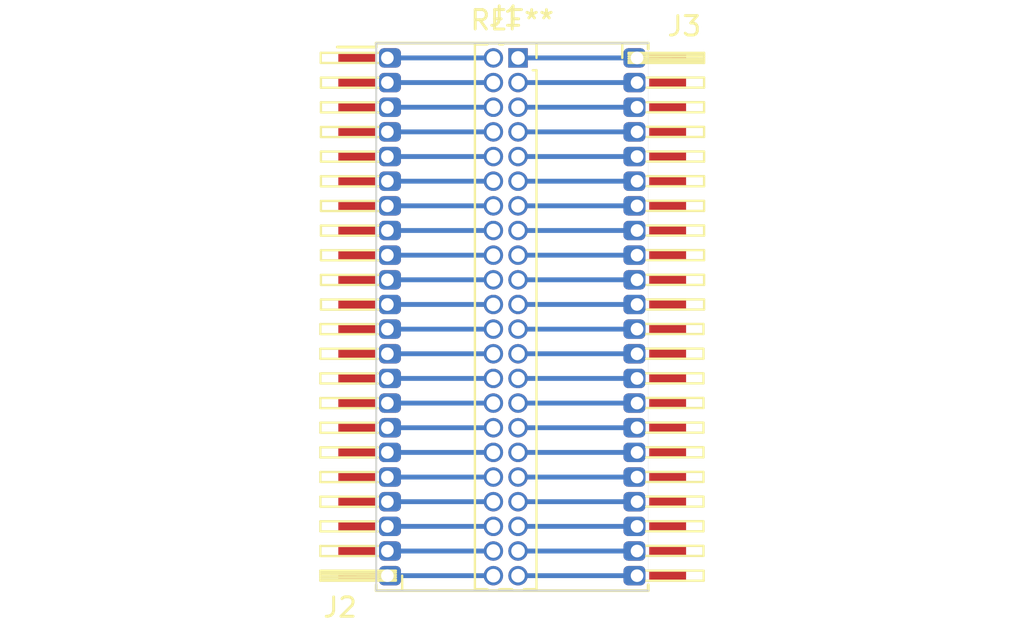
<source format=kicad_pcb>
(kicad_pcb (version 20211014) (generator pcbnew)
  (layers (0 "F.Cu" signal) (31 "B.Cu" signal) (34 "B.Paste" user) (35 "F.Paste" user) (36 "B.SilkS" user "B.Silkscreen") (37 "F.SilkS" user "F.Silkscreen") (38 "B.Mask" user) (39 "F.Mask" user) (44 "Edge.Cuts" user))
  (net 0 "")
  (net 1 "Net-(J1-Pad1)")
  (net 2 "Net-(J1-Pad2)")
  (net 3 "Net-(J1-Pad3)")
  (net 4 "Net-(J1-Pad4)")
  (net 5 "Net-(J1-Pad5)")
  (net 6 "Net-(J1-Pad6)")
  (net 7 "Net-(J1-Pad7)")
  (net 8 "Net-(J1-Pad8)")
  (net 9 "Net-(J1-Pad9)")
  (net 10 "Net-(J1-Pad10)")
  (net 11 "Net-(J1-Pad11)")
  (net 12 "Net-(J1-Pad12)")
  (net 13 "Net-(J1-Pad13)")
  (net 14 "Net-(J1-Pad14)")
  (net 15 "Net-(J1-Pad15)")
  (net 16 "Net-(J1-Pad16)")
  (net 17 "Net-(J1-Pad17)")
  (net 18 "Net-(J1-Pad18)")
  (net 19 "Net-(J1-Pad19)")
  (net 20 "Net-(J1-Pad20)")
  (net 21 "Net-(J1-Pad21)")
  (net 22 "Net-(J1-Pad22)")
  (net 23 "Net-(J1-Pad23)")
  (net 24 "Net-(J1-Pad24)")
  (net 25 "Net-(J1-Pad25)")
  (net 26 "Net-(J1-Pad26)")
  (net 27 "Net-(J1-Pad27)")
  (net 28 "Net-(J1-Pad28)")
  (net 29 "Net-(J1-Pad29)")
  (net 30 "Net-(J1-Pad30)")
  (net 31 "Net-(J1-Pad31)")
  (net 32 "Net-(J1-Pad32)")
  (net 33 "Net-(J1-Pad33)")
  (net 34 "Net-(J1-Pad34)")
  (net 35 "Net-(J1-Pad35)")
  (net 36 "Net-(J1-Pad36)")
  (net 37 "Net-(J1-Pad37)")
  (net 38 "Net-(J1-Pad38)")
  (net 39 "Net-(J1-Pad39)")
  (net 40 "Net-(J1-Pad40)")
  (net 41 "Net-(J1-Pad41)")
  (net 42 "Net-(J1-Pad42)")
  (net 43 "Net-(J1-Pad43)")
  (net 44 "Net-(J1-Pad44)")
  (footprint "Connector_PinSocket_1.27mm:PinSocket_2x22_P1.27mm_Vertical" (layer "F.Cu") (at 149.3 68.36)
    (fp_text reference "J1" (at -0.635 -2.135) (layer "F.SilkS"))
    (fp_text value "PinSocket_2x22_P1.27mm_Vertical")
    (fp_line (start -2.22 -0.695) (end -2.22 27.365) (layer "F.SilkS") (width 0.12))
    (fp_line (start 0.95 0.635) (end 0.95 27.365) (layer "F.SilkS") (width 0.12))
    (fp_line (start -2.22 -0.695) (end -1.57753 -0.695) (layer "F.SilkS") (width 0.12))
    (fp_line (start 0 -0.76) (end 0.95 -0.76) (layer "F.SilkS") (width 0.12))
    (fp_line (start 0.30753 27.365) (end 0.95 27.365) (layer "F.SilkS") (width 0.12))
    (fp_line (start -0.96247 27.365) (end -0.30753 27.365) (layer "F.SilkS") (width 0.12))
    (fp_line (start 0.95 -0.76) (end 0.95 0) (layer "F.SilkS") (width 0.12))
    (fp_line (start -0.96247 -0.695) (end -0.76 -0.695) (layer "F.SilkS") (width 0.12))
    (fp_line (start -2.22 27.365) (end -1.57753 27.365) (layer "F.SilkS") (width 0.12))
    (fp_line (start 0.76 0.635) (end 0.95 0.635) (layer "F.SilkS") (width 0.12))
    (pad "1" thru_hole rect (at 0 0) (size 1 1) (drill 0.7) (layers *.Cu *.Mask) (net 1 "Net-(J1-Pad1)"))
    (pad "2" thru_hole oval (at -1.27 0) (size 1 1) (drill 0.7) (layers *.Cu *.Mask) (net 2 "Net-(J1-Pad2)"))
    (pad "3" thru_hole oval (at 0 1.27) (size 1 1) (drill 0.7) (layers *.Cu *.Mask) (net 3 "Net-(J1-Pad3)"))
    (pad "4" thru_hole oval (at -1.27 1.27) (size 1 1) (drill 0.7) (layers *.Cu *.Mask) (net 4 "Net-(J1-Pad4)"))
    (pad "5" thru_hole oval (at 0 2.54) (size 1 1) (drill 0.7) (layers *.Cu *.Mask) (net 5 "Net-(J1-Pad5)"))
    (pad "6" thru_hole oval (at -1.27 2.54) (size 1 1) (drill 0.7) (layers *.Cu *.Mask) (net 6 "Net-(J1-Pad6)"))
    (pad "7" thru_hole oval (at 0 3.81) (size 1 1) (drill 0.7) (layers *.Cu *.Mask) (net 7 "Net-(J1-Pad7)"))
    (pad "8" thru_hole oval (at -1.27 3.81) (size 1 1) (drill 0.7) (layers *.Cu *.Mask) (net 8 "Net-(J1-Pad8)"))
    (pad "9" thru_hole oval (at 0 5.08) (size 1 1) (drill 0.7) (layers *.Cu *.Mask) (net 9 "Net-(J1-Pad9)"))
    (pad "10" thru_hole oval (at -1.27 5.08) (size 1 1) (drill 0.7) (layers *.Cu *.Mask) (net 10 "Net-(J1-Pad10)"))
    (pad "11" thru_hole oval (at 0 6.35) (size 1 1) (drill 0.7) (layers *.Cu *.Mask) (net 11 "Net-(J1-Pad11)"))
    (pad "12" thru_hole oval (at -1.27 6.35) (size 1 1) (drill 0.7) (layers *.Cu *.Mask) (net 12 "Net-(J1-Pad12)"))
    (pad "13" thru_hole oval (at 0 7.62) (size 1 1) (drill 0.7) (layers *.Cu *.Mask) (net 13 "Net-(J1-Pad13)"))
    (pad "14" thru_hole oval (at -1.27 7.62) (size 1 1) (drill 0.7) (layers *.Cu *.Mask) (net 14 "Net-(J1-Pad14)"))
    (pad "15" thru_hole oval (at 0 8.89) (size 1 1) (drill 0.7) (layers *.Cu *.Mask) (net 15 "Net-(J1-Pad15)"))
    (pad "16" thru_hole oval (at -1.27 8.89) (size 1 1) (drill 0.7) (layers *.Cu *.Mask) (net 16 "Net-(J1-Pad16)"))
    (pad "17" thru_hole oval (at 0 10.16) (size 1 1) (drill 0.7) (layers *.Cu *.Mask) (net 17 "Net-(J1-Pad17)"))
    (pad "18" thru_hole oval (at -1.27 10.16) (size 1 1) (drill 0.7) (layers *.Cu *.Mask) (net 18 "Net-(J1-Pad18)"))
    (pad "19" thru_hole oval (at 0 11.43) (size 1 1) (drill 0.7) (layers *.Cu *.Mask) (net 19 "Net-(J1-Pad19)"))
    (pad "20" thru_hole oval (at -1.27 11.43) (size 1 1) (drill 0.7) (layers *.Cu *.Mask) (net 20 "Net-(J1-Pad20)"))
    (pad "21" thru_hole oval (at 0 12.7) (size 1 1) (drill 0.7) (layers *.Cu *.Mask) (net 21 "Net-(J1-Pad21)"))
    (pad "22" thru_hole oval (at -1.27 12.7) (size 1 1) (drill 0.7) (layers *.Cu *.Mask) (net 22 "Net-(J1-Pad22)"))
    (pad "23" thru_hole oval (at 0 13.97) (size 1 1) (drill 0.7) (layers *.Cu *.Mask) (net 23 "Net-(J1-Pad23)"))
    (pad "24" thru_hole oval (at -1.27 13.97) (size 1 1) (drill 0.7) (layers *.Cu *.Mask) (net 24 "Net-(J1-Pad24)"))
    (pad "25" thru_hole oval (at 0 15.24) (size 1 1) (drill 0.7) (layers *.Cu *.Mask) (net 25 "Net-(J1-Pad25)"))
    (pad "26" thru_hole oval (at -1.27 15.24) (size 1 1) (drill 0.7) (layers *.Cu *.Mask) (net 26 "Net-(J1-Pad26)"))
    (pad "27" thru_hole oval (at 0 16.51) (size 1 1) (drill 0.7) (layers *.Cu *.Mask) (net 27 "Net-(J1-Pad27)"))
    (pad "28" thru_hole oval (at -1.27 16.51) (size 1 1) (drill 0.7) (layers *.Cu *.Mask) (net 28 "Net-(J1-Pad28)"))
    (pad "29" thru_hole oval (at 0 17.78) (size 1 1) (drill 0.7) (layers *.Cu *.Mask) (net 29 "Net-(J1-Pad29)"))
    (pad "30" thru_hole oval (at -1.27 17.78) (size 1 1) (drill 0.7) (layers *.Cu *.Mask) (net 30 "Net-(J1-Pad30)"))
    (pad "31" thru_hole oval (at 0 19.05) (size 1 1) (drill 0.7) (layers *.Cu *.Mask) (net 31 "Net-(J1-Pad31)"))
    (pad "32" thru_hole oval (at -1.27 19.05) (size 1 1) (drill 0.7) (layers *.Cu *.Mask) (net 32 "Net-(J1-Pad32)"))
    (pad "33" thru_hole oval (at 0 20.32) (size 1 1) (drill 0.7) (layers *.Cu *.Mask) (net 33 "Net-(J1-Pad33)"))
    (pad "34" thru_hole oval (at -1.27 20.32) (size 1 1) (drill 0.7) (layers *.Cu *.Mask) (net 34 "Net-(J1-Pad34)"))
    (pad "35" thru_hole oval (at 0 21.59) (size 1 1) (drill 0.7) (layers *.Cu *.Mask) (net 35 "Net-(J1-Pad35)"))
    (pad "36" thru_hole oval (at -1.27 21.59) (size 1 1) (drill 0.7) (layers *.Cu *.Mask) (net 36 "Net-(J1-Pad36)"))
    (pad "37" thru_hole oval (at 0 22.86) (size 1 1) (drill 0.7) (layers *.Cu *.Mask) (net 37 "Net-(J1-Pad37)"))
    (pad "38" thru_hole oval (at -1.27 22.86) (size 1 1) (drill 0.7) (layers *.Cu *.Mask) (net 38 "Net-(J1-Pad38)"))
    (pad "39" thru_hole oval (at 0 24.13) (size 1 1) (drill 0.7) (layers *.Cu *.Mask) (net 39 "Net-(J1-Pad39)"))
    (pad "40" thru_hole oval (at -1.27 24.13) (size 1 1) (drill 0.7) (layers *.Cu *.Mask) (net 40 "Net-(J1-Pad40)"))
    (pad "41" thru_hole oval (at 0 25.4) (size 1 1) (drill 0.7) (layers *.Cu *.Mask) (net 41 "Net-(J1-Pad41)"))
    (pad "42" thru_hole oval (at -1.27 25.4) (size 1 1) (drill 0.7) (layers *.Cu *.Mask) (net 42 "Net-(J1-Pad42)"))
    (pad "43" thru_hole oval (at 0 26.67) (size 1 1) (drill 0.7) (layers *.Cu *.Mask) (net 43 "Net-(J1-Pad43)"))
    (pad "44" thru_hole oval (at -1.27 26.67) (size 1 1) (drill 0.7) (layers *.Cu *.Mask) (net 44 "Net-(J1-Pad44)"))
  )
  (footprint "lib:rotated-PinHeader_1x22_P1.27mm_Horizontal" (layer "F.Cu") (at 142.575 95.03 180)
    (fp_text reference "J2" (at 2.4325 -1.635) (layer "F.SilkS"))
    (fp_text value "rotated-PinHeader_1x22_P1.27mm_Horizontal")
    (fp_line (start 0.469788 20.053554) (end 3.419788 20.053554) (layer "F.SilkS") (width 0.12))
    (fp_line (start -0.76 0) (end -0.76 -0.76) (layer "F.SilkS") (width 0.12))
    (fp_line (start 3.45 6.1) (end 3.45 6.61) (layer "F.SilkS") (width 0.12))
    (fp_line (start 0.5 3.55) (end 3.45 3.55) (layer "F.SilkS") (width 0.12))
    (fp_line (start 0.5 4.82) (end 3.45 4.82) (layer "F.SilkS") (width 0.12))
    (fp_line (start 3.45 12.45) (end 3.45 12.96) (layer "F.SilkS") (width 0.12))
    (fp_line (start 0.469788 25.133554) (end 3.419788 25.133554) (layer "F.SilkS") (width 0.12))
    (fp_line (start 3.419788 25.143554) (end 3.419788 25.653554) (layer "F.SilkS") (width 0.12))
    (fp_line (start 3.419788 14.983554) (end 3.419788 15.493554) (layer "F.SilkS") (width 0.12))
    (fp_line (start 0.5 2.28) (end 3.45 2.28) (layer "F.SilkS") (width 0.12))
    (fp_line (start 3.45 11.18) (end 3.45 11.69) (layer "F.SilkS") (width 0.12))
    (fp_line (start 3.419788 13.713554) (end 3.419788 14.223554) (layer "F.SilkS") (width 0.12))
    (fp_line (start 3.43 26.42) (end 3.43 26.93) (layer "F.SilkS") (width 0.12))
    (fp_line (start 3.419788 21.843554) (end 0.469788 21.843554) (layer "F.SilkS") (width 0.12))
    (fp_line (start 3.45 -0.26) (end 3.45 0.26) (layer "F.SilkS") (width 0.12))
    (fp_line (start 3.419788 16.253554) (end 3.419788 16.763554) (layer "F.SilkS") (width 0.12))
    (fp_line (start -0.76 -0.76) (end 0 -0.76) (layer "F.SilkS") (width 0.12))
    (fp_line (start 3.419788 25.653554) (end 0.469788 25.653554) (layer "F.SilkS") (width 0.12))
    (fp_line (start 0.5 1.01) (end 3.45 1.01) (layer "F.SilkS") (width 0.12))
    (fp_line (start 3.419788 15.493554) (end 0.469788 15.493554) (layer "F.SilkS") (width 0.12))
    (fp_line (start 3.45 3.56) (end 3.45 4.07) (layer "F.SilkS") (width 0.12))
    (fp_line (start 3.419788 21.333554) (end 3.419788 21.843554) (layer "F.SilkS") (width 0.12))
    (fp_line (start 3.45 9.91) (end 3.45 10.42) (layer "F.SilkS") (width 0.12))
    (fp_line (start 3.45 12.96) (end 0.5 12.96) (layer "F.SilkS") (width 0.12))
    (fp_line (start -0.44 0.04) (end 3.45 0.05) (layer "F.SilkS") (width 0.12))
    (fp_line (start 3.45 2.29) (end 3.45 2.8) (layer "F.SilkS") (width 0.12))
    (fp_line (start 0.469788 16.243554) (end 3.419788 16.243554) (layer "F.SilkS") (width 0.12))
    (fp_line (start 3.45 5.34) (end 0.5 5.34) (layer "F.SilkS") (width 0.12))
    (fp_line (start 0.469788 17.513554) (end 3.419788 17.513554) (layer "F.SilkS") (width 0.12))
    (fp_line (start 3.45 8.64) (end 3.45 9.15) (layer "F.SilkS") (width 0.12))
    (fp_line (start 3.45 1.02) (end 3.45 1.53) (layer "F.SilkS") (width 0.12))
    (fp_line (start 3.419788 22.603554) (end 3.419788 23.113554) (layer "F.SilkS") (width 0.12))
    (fp_line (start 0.469788 13.703554) (end 3.419788 13.703554) (layer "F.SilkS") (width 0.12))
    (fp_line (start 3.43 26.93) (end 0.48 26.93) (layer "F.SilkS") (width 0.12))
    (fp_line (start 3.419788 18.793554) (end 3.419788 19.303554) (layer "F.SilkS") (width 0.12))
    (fp_line (start 3.419788 16.763554) (end 0.469788 16.763554) (layer "F.SilkS") (width 0.12))
    (fp_line (start 3.419788 17.523554) (end 3.419788 18.033554) (layer "F.SilkS") (width 0.12))
    (fp_line (start -0.44 -0.08) (end 3.45 -0.08) (layer "F.SilkS") (width 0.12))
    (fp_line (start 0.469788 18.783554) (end 3.419788 18.783554) (layer "F.SilkS") (width 0.12))
    (fp_line (start 3.45 4.83) (end 3.45 5.34) (layer "F.SilkS") (width 0.12))
    (fp_line (start 3.419788 19.303554) (end 0.469788 19.303554) (layer "F.SilkS") (width 0.12))
    (fp_line (start 3.419788 20.063554) (end 3.419788 20.573554) (layer "F.SilkS") (width 0.12))
    (fp_line (start 3.419788 23.873554) (end 3.419788 24.383554) (layer "F.SilkS") (width 0.12))
    (fp_line (start 0.469788 23.863554) (end 3.419788 23.863554) (layer "F.SilkS") (width 0.12))
    (fp_line (start 0.5 6.09) (end 3.45 6.09) (layer "F.SilkS") (width 0.12))
    (fp_line (start 0.469788 21.323554) (end 3.419788 21.323554) (layer "F.SilkS") (width 0.12))
    (fp_line (start 0.469788 14.973554) (end 3.419788 14.973554) (layer "F.SilkS") (width 0.12))
    (fp_line (start 3.45 7.37) (end 3.45 7.88) (layer "F.SilkS") (width 0.12))
    (fp_line (start -0.44 -0.26) (end 3.45 -0.26) (layer "F.SilkS") (width 0.12))
    (fp_line (start 3.419788 20.573554) (end 0.469788 20.573554) (layer "F.SilkS") (width 0.12))
    (fp_line (start 0.5 8.63) (end 3.45 8.63) (layer "F.SilkS") (width 0.12))
    (fp_line (start 3.45 9.15) (end 0.5 9.15) (layer "F.SilkS") (width 0.12))
    (fp_line (start 3.45 0.26) (end -0.44 0.26) (layer "F.SilkS") (width 0.12))
    (fp_line (start 3.45 1.53) (end 0.5 1.53) (layer "F.SilkS") (width 0.12))
    (fp_line (start 0.5 7.36) (end 3.45 7.36) (layer "F.SilkS") (width 0.12))
    (fp_line (start 3.45 10.42) (end 0.5 10.42) (layer "F.SilkS") (width 0.12))
    (fp_line (start 0.48 26.41) (end 3.43 26.41) (layer "F.SilkS") (width 0.12))
    (fp_line (start 0.5 9.9) (end 3.45 9.9) (layer "F.SilkS") (width 0.12))
    (fp_line (start 3.45 6.61) (end 0.5 6.61) (layer "F.SilkS") (width 0.12))
    (fp_line (start -0.44 0.16) (end 3.45 0.16) (layer "F.SilkS") (width 0.12))
    (fp_line (start 3.419788 23.113554) (end 0.469788 23.113554) (layer "F.SilkS") (width 0.12))
    (fp_line (start 0.5 12.44) (end 3.45 12.44) (layer "F.SilkS") (width 0.12))
    (fp_line (start 3.419788 24.383554) (end 0.469788 24.383554) (layer "F.SilkS") (width 0.12))
    (fp_line (start 0.5 11.17) (end 3.45 11.17) (layer "F.SilkS") (width 0.12))
    (fp_line (start 3.45 2.8) (end 0.5 2.8) (layer "F.SilkS") (width 0.12))
    (fp_line (start 0.469788 22.593554) (end 3.419788 22.593554) (layer "F.SilkS") (width 0.12))
    (fp_line (start 3.45 7.88) (end 0.5 7.88) (layer "F.SilkS") (width 0.12))
    (fp_line (start 3.419788 14.223554) (end 0.469788 14.223554) (layer "F.SilkS") (width 0.12))
    (fp_line (start 3.45 11.69) (end 0.5 11.69) (layer "F.SilkS") (width 0.12))
    (fp_line (start 3.45 4.07) (end 0.5 4.07) (layer "F.SilkS") (width 0.12))
    (fp_line (start -0.44 -0.2) (end 3.45 -0.2) (layer "F.SilkS") (width 0.12))
    (fp_line (start 3.419788 18.033554) (end 0.469788 18.033554) (layer "F.SilkS") (width 0.12))
    (pad "1" thru_hole roundrect (at 0 0 180) (size 1.13 1) (drill 0.65 (offset -0.135 0)) (layers *.Cu *.Mask) (net 44 "Net-(J1-Pad44)"))
    (pad "2" thru_hole roundrect (at 0 1.27 180) (size 1.13 1) (drill 0.65 (offset -0.135 0)) (layers *.Cu *.Mask) (net 42 "Net-(J1-Pad42)"))
    (pad "3" thru_hole roundrect (at 0 2.54 180) (size 1.13 1) (drill 0.65 (offset -0.135 0)) (layers *.Cu *.Mask) (net 40 "Net-(J1-Pad40)"))
    (pad "4" thru_hole roundrect (at 0 3.81 180) (size 1.13 1) (drill 0.65 (offset -0.135 0)) (layers *.Cu *.Mask) (net 38 "Net-(J1-Pad38)"))
    (pad "5" thru_hole roundrect (at 0 5.08 180) (size 1.13 1) (drill 0.65 (offset -0.135 0)) (layers *.Cu *.Mask) (net 36 "Net-(J1-Pad36)"))
    (pad "6" thru_hole roundrect (at 0 6.35 180) (size 1.13 1) (drill 0.65 (offset -0.135 0)) (layers *.Cu *.Mask) (net 34 "Net-(J1-Pad34)"))
    (pad "7" thru_hole roundrect (at 0 7.62 180) (size 1.13 1) (drill 0.65 (offset -0.135 0)) (layers *.Cu *.Mask) (net 32 "Net-(J1-Pad32)"))
    (pad "8" thru_hole roundrect (at 0 8.89 180) (size 1.13 1) (drill 0.65 (offset -0.135 0)) (layers *.Cu *.Mask) (net 30 "Net-(J1-Pad30)"))
    (pad "9" thru_hole roundrect (at 0 10.16 180) (size 1.13 1) (drill 0.65 (offset -0.135 0)) (layers *.Cu *.Mask) (net 28 "Net-(J1-Pad28)"))
    (pad "10" thru_hole roundrect (at 0 11.43 180) (size 1.13 1) (drill 0.65 (offset -0.135 0)) (layers *.Cu *.Mask) (net 26 "Net-(J1-Pad26)"))
    (pad "11" thru_hole roundrect (at 0 12.7 180) (size 1.13 1) (drill 0.65 (offset -0.135 0)) (layers *.Cu *.Mask) (net 24 "Net-(J1-Pad24)"))
    (pad "12" thru_hole roundrect (at 0 13.97 180) (size 1.13 1) (drill 0.65 (offset -0.135 0)) (layers *.Cu *.Mask) (net 22 "Net-(J1-Pad22)"))
    (pad "13" thru_hole roundrect (at 0 15.24 180) (size 1.13 1) (drill 0.65 (offset -0.135 0)) (layers *.Cu *.Mask) (net 20 "Net-(J1-Pad20)"))
    (pad "14" thru_hole roundrect (at 0 16.51 180) (size 1.13 1) (drill 0.65 (offset -0.135 0)) (layers *.Cu *.Mask) (net 18 "Net-(J1-Pad18)"))
    (pad "15" thru_hole roundrect (at 0 17.78 180) (size 1.13 1) (drill 0.65 (offset -0.135 0)) (layers *.Cu *.Mask) (net 16 "Net-(J1-Pad16)"))
    (pad "16" thru_hole roundrect (at 0 19.05 180) (size 1.13 1) (drill 0.65 (offset -0.135 0)) (layers *.Cu *.Mask) (net 14 "Net-(J1-Pad14)"))
    (pad "17" thru_hole roundrect (at 0 20.32 180) (size 1.13 1) (drill 0.65 (offset -0.135 0)) (layers *.Cu *.Mask) (net 12 "Net-(J1-Pad12)"))
    (pad "18" thru_hole roundrect (at 0 21.59 180) (size 1.13 1) (drill 0.65 (offset -0.135 0)) (layers *.Cu *.Mask) (net 10 "Net-(J1-Pad10)"))
    (pad "19" thru_hole roundrect (at 0 22.86 180) (size 1.13 1) (drill 0.65 (offset -0.135 0)) (layers *.Cu *.Mask) (net 8 "Net-(J1-Pad8)"))
    (pad "20" thru_hole roundrect (at 0 24.13 180) (size 1.13 1) (drill 0.65 (offset -0.135 0)) (layers *.Cu *.Mask) (net 6 "Net-(J1-Pad6)"))
    (pad "21" thru_hole roundrect (at 0 25.4 180) (size 1.13 1) (drill 0.65 (offset -0.135 0)) (layers *.Cu *.Mask) (net 4 "Net-(J1-Pad4)"))
    (pad "22" thru_hole roundrect (at 0 26.67 180) (size 1.13 1) (drill 0.65 (offset -0.135 0)) (layers *.Cu *.Mask) (net 2 "Net-(J1-Pad2)"))
  )
  (footprint "Package_SO:PSOP-44_16.9x27.17mm_P1.27mm" (layer "F.Cu") (at 149 81.7)
    (fp_text reference "REF**" (at 0 -15.285) (layer "F.SilkS"))
    (fp_text value "PSOP-44_16.9x27.17mm_P1.27mm")
    (fp_line (start -7 -13.9) (end -9 -13.9) (layer "F.SilkS") (width 0.15))
    (fp_line (start -7 14.1) (end 7 14.1) (layer "F.SilkS") (width 0.15))
    (fp_line (start -7 -14.1) (end -7 -13.9) (layer "F.SilkS") (width 0.15))
    (fp_line (start -7 13.8) (end -7 14.1) (layer "F.SilkS") (width 0.15))
    (fp_line (start -7 -14.1) (end 7 -14.1) (layer "F.SilkS") (width 0.15))
    (fp_line (start 7 13.8) (end 7 14.1) (layer "F.SilkS") (width 0.15))
    (fp_line (start 7 -14.1) (end 7 -13.8) (layer "F.SilkS") (width 0.15))
    (pad "1" smd rect (at -8 -13.335 270) (size 0.5 1.9) (layers "F.Cu" "F.Paste" "F.Mask"))
    (pad "2" smd rect (at -8 -12.065 270) (size 0.5 1.9) (layers "F.Cu" "F.Paste" "F.Mask"))
    (pad "3" smd rect (at -8 -10.795 270) (size 0.5 1.9) (layers "F.Cu" "F.Paste" "F.Mask"))
    (pad "4" smd rect (at -8 -9.525 270) (size 0.5 1.9) (layers "F.Cu" "F.Paste" "F.Mask"))
    (pad "5" smd rect (at -8 -8.255 270) (size 0.5 1.9) (layers "F.Cu" "F.Paste" "F.Mask"))
    (pad "6" smd rect (at -8 -6.985 270) (size 0.5 1.9) (layers "F.Cu" "F.Paste" "F.Mask"))
    (pad "7" smd rect (at -8 -5.715 270) (size 0.5 1.9) (layers "F.Cu" "F.Paste" "F.Mask"))
    (pad "8" smd rect (at -8 -4.445 270) (size 0.5 1.9) (layers "F.Cu" "F.Paste" "F.Mask"))
    (pad "9" smd rect (at -8 -3.175 270) (size 0.5 1.9) (layers "F.Cu" "F.Paste" "F.Mask"))
    (pad "10" smd rect (at -8 -1.905 270) (size 0.5 1.9) (layers "F.Cu" "F.Paste" "F.Mask"))
    (pad "11" smd rect (at -8 -0.635 270) (size 0.5 1.9) (layers "F.Cu" "F.Paste" "F.Mask"))
    (pad "12" smd rect (at -8 0.635 270) (size 0.5 1.9) (layers "F.Cu" "F.Paste" "F.Mask"))
    (pad "13" smd rect (at -8 1.905 270) (size 0.5 1.9) (layers "F.Cu" "F.Paste" "F.Mask"))
    (pad "14" smd rect (at -8 3.175 270) (size 0.5 1.9) (layers "F.Cu" "F.Paste" "F.Mask"))
    (pad "15" smd rect (at -8 4.445 270) (size 0.5 1.9) (layers "F.Cu" "F.Paste" "F.Mask"))
    (pad "16" smd rect (at -8 5.715 270) (size 0.5 1.9) (layers "F.Cu" "F.Paste" "F.Mask"))
    (pad "17" smd rect (at -8 6.985 270) (size 0.5 1.9) (layers "F.Cu" "F.Paste" "F.Mask"))
    (pad "18" smd rect (at -8 8.255 270) (size 0.5 1.9) (layers "F.Cu" "F.Paste" "F.Mask"))
    (pad "19" smd rect (at -8 9.525 270) (size 0.5 1.9) (layers "F.Cu" "F.Paste" "F.Mask"))
    (pad "20" smd rect (at -8 10.795 270) (size 0.5 1.9) (layers "F.Cu" "F.Paste" "F.Mask"))
    (pad "21" smd rect (at -8 12.065 270) (size 0.5 1.9) (layers "F.Cu" "F.Paste" "F.Mask"))
    (pad "22" smd rect (at -8 13.335 270) (size 0.5 1.9) (layers "F.Cu" "F.Paste" "F.Mask"))
    (pad "23" smd rect (at 8 13.335 270) (size 0.5 1.9) (layers "F.Cu" "F.Paste" "F.Mask"))
    (pad "24" smd rect (at 8 12.065 270) (size 0.5 1.9) (layers "F.Cu" "F.Paste" "F.Mask"))
    (pad "25" smd rect (at 8 10.795 270) (size 0.5 1.9) (layers "F.Cu" "F.Paste" "F.Mask"))
    (pad "26" smd rect (at 8 9.525 270) (size 0.5 1.9) (layers "F.Cu" "F.Paste" "F.Mask"))
    (pad "27" smd rect (at 8 8.255 270) (size 0.5 1.9) (layers "F.Cu" "F.Paste" "F.Mask"))
    (pad "28" smd rect (at 8 6.985 270) (size 0.5 1.9) (layers "F.Cu" "F.Paste" "F.Mask"))
    (pad "29" smd rect (at 8 5.715 270) (size 0.5 1.9) (layers "F.Cu" "F.Paste" "F.Mask"))
    (pad "30" smd rect (at 8 4.445 270) (size 0.5 1.9) (layers "F.Cu" "F.Paste" "F.Mask"))
    (pad "31" smd rect (at 8 3.175 270) (size 0.5 1.9) (layers "F.Cu" "F.Paste" "F.Mask"))
    (pad "32" smd rect (at 8 1.905 270) (size 0.5 1.9) (layers "F.Cu" "F.Paste" "F.Mask"))
    (pad "33" smd rect (at 8 0.635 270) (size 0.5 1.9) (layers "F.Cu" "F.Paste" "F.Mask"))
    (pad "34" smd rect (at 8 -0.635 270) (size 0.5 1.9) (layers "F.Cu" "F.Paste" "F.Mask"))
    (pad "35" smd rect (at 8 -1.905 270) (size 0.5 1.9) (layers "F.Cu" "F.Paste" "F.Mask"))
    (pad "36" smd rect (at 8 -3.175 270) (size 0.5 1.9) (layers "F.Cu" "F.Paste" "F.Mask"))
    (pad "37" smd rect (at 8 -4.445 270) (size 0.5 1.9) (layers "F.Cu" "F.Paste" "F.Mask"))
    (pad "38" smd rect (at 8 -5.715 270) (size 0.5 1.9) (layers "F.Cu" "F.Paste" "F.Mask"))
    (pad "39" smd rect (at 8 -6.985 270) (size 0.5 1.9) (layers "F.Cu" "F.Paste" "F.Mask"))
    (pad "40" smd rect (at 8 -8.255 270) (size 0.5 1.9) (layers "F.Cu" "F.Paste" "F.Mask"))
    (pad "41" smd rect (at 8 -9.525 270) (size 0.5 1.9) (layers "F.Cu" "F.Paste" "F.Mask"))
    (pad "42" smd rect (at 8 -10.795 270) (size 0.5 1.9) (layers "F.Cu" "F.Paste" "F.Mask"))
    (pad "43" smd rect (at 8 -12.065 270) (size 0.5 1.9) (layers "F.Cu" "F.Paste" "F.Mask"))
    (pad "44" smd rect (at 8 -13.335 270) (size 0.5 1.9) (layers "F.Cu" "F.Paste" "F.Mask"))
  )
  (footprint "lib:rotated-PinHeader_1x22_P1.27mm_Horizontal" (layer "F.Cu") (at 155.425 68.36)
    (fp_text reference "J3" (at 2.4325 -1.635) (layer "F.SilkS"))
    (fp_text value "rotated-PinHeader_1x22_P1.27mm_Horizontal")
    (fp_line (start -0.44 -0.08) (end 3.45 -0.08) (layer "F.SilkS") (width 0.12))
    (fp_line (start 0.5 9.9) (end 3.45 9.9) (layer "F.SilkS") (width 0.12))
    (fp_line (start 0.5 11.17) (end 3.45 11.17) (layer "F.SilkS") (width 0.12))
    (fp_line (start 0.469788 20.053554) (end 3.419788 20.053554) (layer "F.SilkS") (width 0.12))
    (fp_line (start 3.419788 16.253554) (end 3.419788 16.763554) (layer "F.SilkS") (width 0.12))
    (fp_line (start 3.419788 15.493554) (end 0.469788 15.493554) (layer "F.SilkS") (width 0.12))
    (fp_line (start 0.469788 25.133554) (end 3.419788 25.133554) (layer "F.SilkS") (width 0.12))
    (fp_line (start 3.419788 18.793554) (end 3.419788 19.303554) (layer "F.SilkS") (width 0.12))
    (fp_line (start -0.76 -0.76) (end 0 -0.76) (layer "F.SilkS") (width 0.12))
    (fp_line (start 0.5 4.82) (end 3.45 4.82) (layer "F.SilkS") (width 0.12))
    (fp_line (start -0.44 0.04) (end 3.45 0.05) (layer "F.SilkS") (width 0.12))
    (fp_line (start 3.45 -0.26) (end 3.45 0.26) (layer "F.SilkS") (width 0.12))
    (fp_line (start 0.5 6.09) (end 3.45 6.09) (layer "F.SilkS") (width 0.12))
    (fp_line (start 0.5 1.01) (end 3.45 1.01) (layer "F.SilkS") (width 0.12))
    (fp_line (start 3.45 12.96) (end 0.5 12.96) (layer "F.SilkS") (width 0.12))
    (fp_line (start 3.419788 17.523554) (end 3.419788 18.033554) (layer "F.SilkS") (width 0.12))
    (fp_line (start 3.45 12.45) (end 3.45 12.96) (layer "F.SilkS") (width 0.12))
    (fp_line (start 3.45 7.37) (end 3.45 7.88) (layer "F.SilkS") (width 0.12))
    (fp_line (start 0.469788 17.513554) (end 3.419788 17.513554) (layer "F.SilkS") (width 0.12))
    (fp_line (start 0.5 8.63) (end 3.45 8.63) (layer "F.SilkS") (width 0.12))
    (fp_line (start 0.469788 13.703554) (end 3.419788 13.703554) (layer "F.SilkS") (width 0.12))
    (fp_line (start 3.45 6.1) (end 3.45 6.61) (layer "F.SilkS") (width 0.12))
    (fp_line (start 3.419788 20.063554) (end 3.419788 20.573554) (layer "F.SilkS") (width 0.12))
    (fp_line (start 3.419788 21.843554) (end 0.469788 21.843554) (layer "F.SilkS") (width 0.12))
    (fp_line (start 3.419788 24.383554) (end 0.469788 24.383554) (layer "F.SilkS") (width 0.12))
    (fp_line (start 0.48 26.41) (end 3.43 26.41) (layer "F.SilkS") (width 0.12))
    (fp_line (start 0.5 12.44) (end 3.45 12.44) (layer "F.SilkS") (width 0.12))
    (fp_line (start 3.43 26.93) (end 0.48 26.93) (layer "F.SilkS") (width 0.12))
    (fp_line (start 3.419788 23.113554) (end 0.469788 23.113554) (layer "F.SilkS") (width 0.12))
    (fp_line (start 3.43 26.42) (end 3.43 26.93) (layer "F.SilkS") (width 0.12))
    (fp_line (start 0.469788 21.323554) (end 3.419788 21.323554) (layer "F.SilkS") (width 0.12))
    (fp_line (start 0.5 2.28) (end 3.45 2.28) (layer "F.SilkS") (width 0.12))
    (fp_line (start 3.45 11.18) (end 3.45 11.69) (layer "F.SilkS") (width 0.12))
    (fp_line (start 3.45 10.42) (end 0.5 10.42) (layer "F.SilkS") (width 0.12))
    (fp_line (start 3.45 7.88) (end 0.5 7.88) (layer "F.SilkS") (width 0.12))
    (fp_line (start 3.45 4.83) (end 3.45 5.34) (layer "F.SilkS") (width 0.12))
    (fp_line (start 3.45 9.15) (end 0.5 9.15) (layer "F.SilkS") (width 0.12))
    (fp_line (start -0.44 0.16) (end 3.45 0.16) (layer "F.SilkS") (width 0.12))
    (fp_line (start 3.419788 25.653554) (end 0.469788 25.653554) (layer "F.SilkS") (width 0.12))
    (fp_line (start 3.419788 23.873554) (end 3.419788 24.383554) (layer "F.SilkS") (width 0.12))
    (fp_line (start 3.45 5.34) (end 0.5 5.34) (layer "F.SilkS") (width 0.12))
    (fp_line (start 3.419788 19.303554) (end 0.469788 19.303554) (layer "F.SilkS") (width 0.12))
    (fp_line (start 3.45 6.61) (end 0.5 6.61) (layer "F.SilkS") (width 0.12))
    (fp_line (start 3.419788 18.033554) (end 0.469788 18.033554) (layer "F.SilkS") (width 0.12))
    (fp_line (start 3.419788 14.983554) (end 3.419788 15.493554) (layer "F.SilkS") (width 0.12))
    (fp_line (start 0.469788 18.783554) (end 3.419788 18.783554) (layer "F.SilkS") (width 0.12))
    (fp_line (start 3.419788 20.573554) (end 0.469788 20.573554) (layer "F.SilkS") (width 0.12))
    (fp_line (start 3.45 1.53) (end 0.5 1.53) (layer "F.SilkS") (width 0.12))
    (fp_line (start 3.45 8.64) (end 3.45 9.15) (layer "F.SilkS") (width 0.12))
    (fp_line (start 3.45 1.02) (end 3.45 1.53) (layer "F.SilkS") (width 0.12))
    (fp_line (start 0.469788 16.243554) (end 3.419788 16.243554) (layer "F.SilkS") (width 0.12))
    (fp_line (start 3.419788 16.763554) (end 0.469788 16.763554) (layer "F.SilkS") (width 0.12))
    (fp_line (start 0.469788 23.863554) (end 3.419788 23.863554) (layer "F.SilkS") (width 0.12))
    (fp_line (start 3.45 4.07) (end 0.5 4.07) (layer "F.SilkS") (width 0.12))
    (fp_line (start 3.45 0.26) (end -0.44 0.26) (layer "F.SilkS") (width 0.12))
    (fp_line (start 3.419788 22.603554) (end 3.419788 23.113554) (layer "F.SilkS") (width 0.12))
    (fp_line (start 3.419788 25.143554) (end 3.419788 25.653554) (layer "F.SilkS") (width 0.12))
    (fp_line (start -0.44 -0.2) (end 3.45 -0.2) (layer "F.SilkS") (width 0.12))
    (fp_line (start 3.45 9.91) (end 3.45 10.42) (layer "F.SilkS") (width 0.12))
    (fp_line (start 3.45 2.8) (end 0.5 2.8) (layer "F.SilkS") (width 0.12))
    (fp_line (start 3.419788 21.333554) (end 3.419788 21.843554) (layer "F.SilkS") (width 0.12))
    (fp_line (start 0.5 3.55) (end 3.45 3.55) (layer "F.SilkS") (width 0.12))
    (fp_line (start 0.469788 22.593554) (end 3.419788 22.593554) (layer "F.SilkS") (width 0.12))
    (fp_line (start 0.469788 14.973554) (end 3.419788 14.973554) (layer "F.SilkS") (width 0.12))
    (fp_line (start -0.44 -0.26) (end 3.45 -0.26) (layer "F.SilkS") (width 0.12))
    (fp_line (start 3.45 11.69) (end 0.5 11.69) (layer "F.SilkS") (width 0.12))
    (fp_line (start 3.419788 14.223554) (end 0.469788 14.223554) (layer "F.SilkS") (width 0.12))
    (fp_line (start 3.45 2.29) (end 3.45 2.8) (layer "F.SilkS") (width 0.12))
    (fp_line (start -0.76 0) (end -0.76 -0.76) (layer "F.SilkS") (width 0.12))
    (fp_line (start 0.5 7.36) (end 3.45 7.36) (layer "F.SilkS") (width 0.12))
    (fp_line (start 3.45 3.56) (end 3.45 4.07) (layer "F.SilkS") (width 0.12))
    (fp_line (start 3.419788 13.713554) (end 3.419788 14.223554) (layer "F.SilkS") (width 0.12))
    (pad "1" thru_hole roundrect (at 0 0) (size 1.13 1) (drill 0.65 (offset -0.135 0)) (layers *.Cu *.Mask) (net 1 "Net-(J1-Pad1)"))
    (pad "2" thru_hole roundrect (at 0 1.27) (size 1.13 1) (drill 0.65 (offset -0.135 0)) (layers *.Cu *.Mask) (net 3 "Net-(J1-Pad3)"))
    (pad "3" thru_hole roundrect (at 0 2.54) (size 1.13 1) (drill 0.65 (offset -0.135 0)) (layers *.Cu *.Mask) (net 5 "Net-(J1-Pad5)"))
    (pad "4" thru_hole roundrect (at 0 3.81) (size 1.13 1) (drill 0.65 (offset -0.135 0)) (layers *.Cu *.Mask) (net 7 "Net-(J1-Pad7)"))
    (pad "5" thru_hole roundrect (at 0 5.08) (size 1.13 1) (drill 0.65 (offset -0.135 0)) (layers *.Cu *.Mask) (net 9 "Net-(J1-Pad9)"))
    (pad "6" thru_hole roundrect (at 0 6.35) (size 1.13 1) (drill 0.65 (offset -0.135 0)) (layers *.Cu *.Mask) (net 11 "Net-(J1-Pad11)"))
    (pad "7" thru_hole roundrect (at 0 7.62) (size 1.13 1) (drill 0.65 (offset -0.135 0)) (layers *.Cu *.Mask) (net 13 "Net-(J1-Pad13)"))
    (pad "8" thru_hole roundrect (at 0 8.89) (size 1.13 1) (drill 0.65 (offset -0.135 0)) (layers *.Cu *.Mask) (net 15 "Net-(J1-Pad15)"))
    (pad "9" thru_hole roundrect (at 0 10.16) (size 1.13 1) (drill 0.65 (offset -0.135 0)) (layers *.Cu *.Mask) (net 17 "Net-(J1-Pad17)"))
    (pad "10" thru_hole roundrect (at 0 11.43) (size 1.13 1) (drill 0.65 (offset -0.135 0)) (layers *.Cu *.Mask) (net 19 "Net-(J1-Pad19)"))
    (pad "11" thru_hole roundrect (at 0 12.7) (size 1.13 1) (drill 0.65 (offset -0.135 0)) (layers *.Cu *.Mask) (net 21 "Net-(J1-Pad21)"))
    (pad "12" thru_hole roundrect (at 0 13.97) (size 1.13 1) (drill 0.65 (offset -0.135 0)) (layers *.Cu *.Mask) (net 23 "Net-(J1-Pad23)"))
    (pad "13" thru_hole roundrect (at 0 15.24) (size 1.13 1) (drill 0.65 (offset -0.135 0)) (layers *.Cu *.Mask) (net 25 "Net-(J1-Pad25)"))
    (pad "14" thru_hole roundrect (at 0 16.51) (size 1.13 1) (drill 0.65 (offset -0.135 0)) (layers *.Cu *.Mask) (net 27 "Net-(J1-Pad27)"))
    (pad "15" thru_hole roundrect (at 0 17.78) (size 1.13 1) (drill 0.65 (offset -0.135 0)) (layers *.Cu *.Mask) (net 29 "Net-(J1-Pad29)"))
    (pad "16" thru_hole roundrect (at 0 19.05) (size 1.13 1) (drill 0.65 (offset -0.135 0)) (layers *.Cu *.Mask) (net 31 "Net-(J1-Pad31)"))
    (pad "17" thru_hole roundrect (at 0 20.32) (size 1.13 1) (drill 0.65 (offset -0.135 0)) (layers *.Cu *.Mask) (net 33 "Net-(J1-Pad33)"))
    (pad "18" thru_hole roundrect (at 0 21.59) (size 1.13 1) (drill 0.65 (offset -0.135 0)) (layers *.Cu *.Mask) (net 35 "Net-(J1-Pad35)"))
    (pad "19" thru_hole roundrect (at 0 22.86) (size 1.13 1) (drill 0.65 (offset -0.135 0)) (layers *.Cu *.Mask) (net 37 "Net-(J1-Pad37)"))
    (pad "20" thru_hole roundrect (at 0 24.13) (size 1.13 1) (drill 0.65 (offset -0.135 0)) (layers *.Cu *.Mask) (net 39 "Net-(J1-Pad39)"))
    (pad "21" thru_hole roundrect (at 0 25.4) (size 1.13 1) (drill 0.65 (offset -0.135 0)) (layers *.Cu *.Mask) (net 41 "Net-(J1-Pad41)"))
    (pad "22" thru_hole roundrect (at 0 26.67) (size 1.13 1) (drill 0.65 (offset -0.135 0)) (layers *.Cu *.Mask) (net 43 "Net-(J1-Pad43)"))
  )
  (gr_line (start 142 95.8) (end 142 67.6) (layer "Edge.Cuts") (width 0.1))
  (gr_line (start 156 95.8) (end 142 95.8) (layer "Edge.Cuts") (width 0.1))
  (gr_line (start 156 67.6) (end 156 95.8) (layer "Edge.Cuts") (width 0.01))
  (gr_line (start 142 67.6) (end 156 67.6) (layer "Edge.Cuts") (width 0.1))
  (segment (start 155.25 68.36) (end 149.3 68.36) (width 0.25) (layer "B.Cu") (net 1))
  (segment (start 142.75 68.36) (end 148.03 68.36) (width 0.25) (layer "B.Cu") (net 2))
  (segment (start 155.25 69.63) (end 149.3 69.63) (width 0.25) (layer "B.Cu") (net 3))
  (segment (start 142.75 69.63) (end 148.03 69.63) (width 0.25) (layer "B.Cu") (net 4))
  (segment (start 155.25 70.9) (end 149.3 70.9) (width 0.25) (layer "B.Cu") (net 5))
  (segment (start 142.75 70.9) (end 148.03 70.9) (width 0.25) (layer "B.Cu") (net 6))
  (segment (start 155.25 72.17) (end 149.3 72.17) (width 0.25) (layer "B.Cu") (net 7))
  (segment (start 142.75 72.17) (end 148.03 72.17) (width 0.25) (layer "B.Cu") (net 8))
  (segment (start 155.25 73.44) (end 149.3 73.44) (width 0.25) (layer "B.Cu") (net 9))
  (segment (start 142.75 73.44) (end 148.03 73.44) (width 0.25) (layer "B.Cu") (net 10))
  (segment (start 155.25 74.71) (end 149.3 74.71) (width 0.25) (layer "B.Cu") (net 11))
  (segment (start 142.75 74.71) (end 148.03 74.71) (width 0.25) (layer "B.Cu") (net 12))
  (segment (start 155.25 75.98) (end 149.3 75.98) (width 0.25) (layer "B.Cu") (net 13))
  (segment (start 142.75 75.98) (end 148.03 75.98) (width 0.25) (layer "B.Cu") (net 14))
  (segment (start 155.25 77.25) (end 149.3 77.25) (width 0.25) (layer "B.Cu") (net 15))
  (segment (start 142.75 77.25) (end 148.03 77.25) (width 0.25) (layer "B.Cu") (net 16))
  (segment (start 155.25 78.52) (end 149.3 78.52) (width 0.25) (layer "B.Cu") (net 17))
  (segment (start 142.75 78.52) (end 148.03 78.52) (width 0.25) (layer "B.Cu") (net 18))
  (segment (start 155.25 79.79) (end 149.3 79.79) (width 0.25) (layer "B.Cu") (net 19))
  (segment (start 142.75 79.79) (end 148.03 79.79) (width 0.25) (layer "B.Cu") (net 20))
  (segment (start 155.25 81.06) (end 149.3 81.06) (width 0.25) (layer "B.Cu") (net 21))
  (segment (start 142.75 81.06) (end 148.03 81.06) (width 0.25) (layer "B.Cu") (net 22))
  (segment (start 155.25 82.33) (end 149.3 82.33) (width 0.25) (layer "B.Cu") (net 23))
  (segment (start 142.75 82.33) (end 148.03 82.33) (width 0.25) (layer "B.Cu") (net 24))
  (segment (start 155.25 83.6) (end 149.3 83.6) (width 0.25) (layer "B.Cu") (net 25))
  (segment (start 142.75 83.6) (end 148.03 83.6) (width 0.25) (layer "B.Cu") (net 26))
  (segment (start 155.25 84.87) (end 149.3 84.87) (width 0.25) (layer "B.Cu") (net 27))
  (segment (start 142.75 84.87) (end 148.03 84.87) (width 0.25) (layer "B.Cu") (net 28))
  (segment (start 155.25 86.14) (end 149.3 86.14) (width 0.25) (layer "B.Cu") (net 29))
  (segment (start 142.75 86.14) (end 148.03 86.14) (width 0.25) (layer "B.Cu") (net 30))
  (segment (start 155.25 87.41) (end 149.3 87.41) (width 0.25) (layer "B.Cu") (net 31))
  (segment (start 142.75 87.41) (end 148.03 87.41) (width 0.25) (layer "B.Cu") (net 32))
  (segment (start 155.25 88.68) (end 149.3 88.68) (width 0.25) (layer "B.Cu") (net 33))
  (segment (start 142.75 88.68) (end 148.03 88.68) (width 0.25) (layer "B.Cu") (net 34))
  (segment (start 155.25 89.95) (end 149.3 89.95) (width 0.25) (layer "B.Cu") (net 35))
  (segment (start 142.75 89.95) (end 148.03 89.95) (width 0.25) (layer "B.Cu") (net 36))
  (segment (start 155.25 91.22) (end 149.3 91.22) (width 0.25) (layer "B.Cu") (net 37))
  (segment (start 142.75 91.22) (end 148.03 91.22) (width 0.25) (layer "B.Cu") (net 38))
  (segment (start 155.25 92.49) (end 149.3 92.49) (width 0.25) (layer "B.Cu") (net 39))
  (segment (start 142.75 92.49) (end 148.03 92.49) (width 0.25) (layer "B.Cu") (net 40))
  (segment (start 155.25 93.76) (end 149.3 93.76) (width 0.25) (layer "B.Cu") (net 41))
  (segment (start 142.75 93.76) (end 148.03 93.76) (width 0.25) (layer "B.Cu") (net 42))
  (segment (start 155.25 95.03) (end 149.3 95.03) (width 0.25) (layer "B.Cu") (net 43))
  (segment (start 142.75 95.03) (end 148.03 95.03) (width 0.25) (layer "B.Cu") (net 44))
)
</source>
